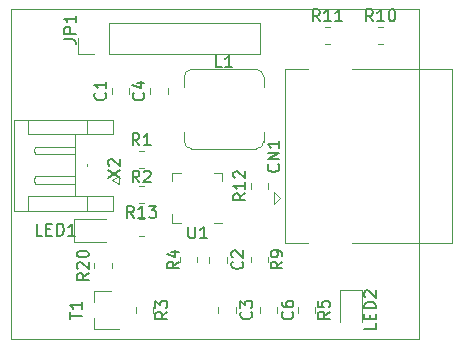
<source format=gbr>
%TF.GenerationSoftware,KiCad,Pcbnew,5.1.10-88a1d61d58~88~ubuntu18.04.1*%
%TF.CreationDate,2021-10-13T20:11:08-03:00*%
%TF.ProjectId,ConversorDCDC,436f6e76-6572-4736-9f72-444344432e6b,1.0*%
%TF.SameCoordinates,Original*%
%TF.FileFunction,Legend,Top*%
%TF.FilePolarity,Positive*%
%FSLAX46Y46*%
G04 Gerber Fmt 4.6, Leading zero omitted, Abs format (unit mm)*
G04 Created by KiCad (PCBNEW 5.1.10-88a1d61d58~88~ubuntu18.04.1) date 2021-10-13 20:11:08*
%MOMM*%
%LPD*%
G01*
G04 APERTURE LIST*
%TA.AperFunction,Profile*%
%ADD10C,0.050000*%
%TD*%
%ADD11C,0.120000*%
%ADD12C,0.150000*%
G04 APERTURE END LIST*
D10*
X80000000Y-126500000D02*
X80000000Y-98500000D01*
X114500000Y-126500000D02*
X80000000Y-126500000D01*
X114500000Y-98500000D02*
X114500000Y-126500000D01*
X80000000Y-98500000D02*
X114500000Y-98500000D01*
D11*
%TO.C,LED1*%
X85315000Y-118210000D02*
X88000000Y-118210000D01*
X85315000Y-116290000D02*
X85315000Y-118210000D01*
X88000000Y-116290000D02*
X85315000Y-116290000D01*
%TO.C,R2*%
X90772936Y-114985000D02*
X91227064Y-114985000D01*
X90772936Y-113515000D02*
X91227064Y-113515000D01*
%TO.C,R5*%
X104265000Y-124227064D02*
X104265000Y-123772936D01*
X105735000Y-124227064D02*
X105735000Y-123772936D01*
%TO.C,R9*%
X101735000Y-119977064D02*
X101735000Y-119522936D01*
X100265000Y-119977064D02*
X100265000Y-119522936D01*
%TO.C,R13*%
X90772936Y-117735000D02*
X91227064Y-117735000D01*
X90772936Y-116265000D02*
X91227064Y-116265000D01*
%TO.C,L1*%
X94640000Y-105100000D02*
X94640000Y-104250000D01*
X95250000Y-103640000D02*
X100750000Y-103640000D01*
X101360000Y-104250000D02*
X101360000Y-105100000D01*
X101360000Y-108900000D02*
X101360000Y-109750000D01*
X94640000Y-109750000D02*
X94640000Y-108900000D01*
X100750000Y-110360000D02*
X95250000Y-110360000D01*
X94640000Y-104250000D02*
G75*
G02*
X95250000Y-103640000I610000J0D01*
G01*
X100750000Y-103640000D02*
G75*
G02*
X101360000Y-104250000I0J-610000D01*
G01*
X95250000Y-110360000D02*
G75*
G02*
X94640000Y-109750000I0J610000D01*
G01*
X101360000Y-109750000D02*
G75*
G02*
X100750000Y-110360000I-610000J0D01*
G01*
%TO.C,R4*%
X95735000Y-119522936D02*
X95735000Y-119977064D01*
X94265000Y-119522936D02*
X94265000Y-119977064D01*
%TO.C,C3*%
X98985000Y-123738748D02*
X98985000Y-124261252D01*
X97515000Y-123738748D02*
X97515000Y-124261252D01*
%TO.C,R3*%
X91985000Y-124227064D02*
X91985000Y-123772936D01*
X90515000Y-124227064D02*
X90515000Y-123772936D01*
%TO.C,T1*%
X86990000Y-122420000D02*
X86990000Y-123350000D01*
X86990000Y-125580000D02*
X86990000Y-124650000D01*
X86990000Y-125580000D02*
X89150000Y-125580000D01*
X86990000Y-122420000D02*
X88450000Y-122420000D01*
%TO.C,U1*%
X94340000Y-116610000D02*
X93640000Y-116610000D01*
X93640000Y-116610000D02*
X93640000Y-115910000D01*
X97160000Y-112390000D02*
X97860000Y-112390000D01*
X97860000Y-112390000D02*
X97860000Y-113090000D01*
X94340000Y-112390000D02*
X93640000Y-112390000D01*
X93640000Y-112390000D02*
X93640000Y-113090000D01*
X97160000Y-116610000D02*
X97860000Y-116610000D01*
%TO.C,X2*%
X86410000Y-114390000D02*
X88610000Y-114390000D01*
X88610000Y-114390000D02*
X88610000Y-115610000D01*
X88610000Y-115610000D02*
X80190000Y-115610000D01*
X80190000Y-115610000D02*
X80190000Y-107890000D01*
X80190000Y-107890000D02*
X88610000Y-107890000D01*
X88610000Y-107890000D02*
X88610000Y-109110000D01*
X88610000Y-109110000D02*
X86410000Y-109110000D01*
X81410000Y-115610000D02*
X81410000Y-114390000D01*
X81410000Y-114390000D02*
X86410000Y-114390000D01*
X86410000Y-114390000D02*
X86410000Y-115610000D01*
X81410000Y-107890000D02*
X81410000Y-109110000D01*
X81410000Y-109110000D02*
X86410000Y-109110000D01*
X86410000Y-109110000D02*
X86410000Y-107890000D01*
X85410000Y-114390000D02*
X85410000Y-109110000D01*
X85410000Y-113000000D02*
X85410000Y-113320000D01*
X85410000Y-113320000D02*
X81990000Y-113320000D01*
X81990000Y-113320000D02*
X81910000Y-113000000D01*
X81910000Y-113000000D02*
X81990000Y-112680000D01*
X81990000Y-112680000D02*
X85410000Y-112680000D01*
X85410000Y-112680000D02*
X85410000Y-113000000D01*
X86410000Y-111830000D02*
X86410000Y-111670000D01*
X85410000Y-110500000D02*
X85410000Y-110820000D01*
X85410000Y-110820000D02*
X81990000Y-110820000D01*
X81990000Y-110820000D02*
X81910000Y-110500000D01*
X81910000Y-110500000D02*
X81990000Y-110180000D01*
X81990000Y-110180000D02*
X85410000Y-110180000D01*
X85410000Y-110180000D02*
X85410000Y-110500000D01*
X88500000Y-113000000D02*
X89100000Y-113300000D01*
X89100000Y-113300000D02*
X89100000Y-112700000D01*
X89100000Y-112700000D02*
X88500000Y-113000000D01*
%TO.C,JP1*%
X101030000Y-102330000D02*
X101030000Y-99670000D01*
X88270000Y-102330000D02*
X101030000Y-102330000D01*
X88270000Y-99670000D02*
X101030000Y-99670000D01*
X88270000Y-102330000D02*
X88270000Y-99670000D01*
X87000000Y-102330000D02*
X85670000Y-102330000D01*
X85670000Y-102330000D02*
X85670000Y-101000000D01*
%TO.C,R10*%
X111022936Y-100015000D02*
X111477064Y-100015000D01*
X111022936Y-101485000D02*
X111477064Y-101485000D01*
%TO.C,R1*%
X90772936Y-110515000D02*
X91227064Y-110515000D01*
X90772936Y-111985000D02*
X91227064Y-111985000D01*
%TO.C,R12*%
X100265000Y-113727064D02*
X100265000Y-113272936D01*
X101735000Y-113727064D02*
X101735000Y-113272936D01*
%TO.C,C4*%
X93235000Y-105711252D02*
X93235000Y-105188748D01*
X91765000Y-105711252D02*
X91765000Y-105188748D01*
%TO.C,C6*%
X102485000Y-123738748D02*
X102485000Y-124261252D01*
X101015000Y-123738748D02*
X101015000Y-124261252D01*
%TO.C,R20*%
X87015000Y-120477064D02*
X87015000Y-120022936D01*
X88485000Y-120477064D02*
X88485000Y-120022936D01*
%TO.C,R11*%
X106522936Y-101485000D02*
X106977064Y-101485000D01*
X106522936Y-100015000D02*
X106977064Y-100015000D01*
%TO.C,LED2*%
X109710000Y-125000000D02*
X109710000Y-122315000D01*
X109710000Y-122315000D02*
X107790000Y-122315000D01*
X107790000Y-122315000D02*
X107790000Y-125000000D01*
%TO.C,C1*%
X88515000Y-105711252D02*
X88515000Y-105188748D01*
X89985000Y-105711252D02*
X89985000Y-105188748D01*
%TO.C,C2*%
X96765000Y-119488748D02*
X96765000Y-120011252D01*
X98235000Y-119488748D02*
X98235000Y-120011252D01*
%TO.C,CN1*%
X108810000Y-118360000D02*
X117350000Y-118360000D01*
X117350000Y-118360000D02*
X117350000Y-103640000D01*
X108810000Y-103640000D02*
X117350000Y-103640000D01*
X103130000Y-118360000D02*
X103130000Y-103640000D01*
X103130000Y-118360000D02*
X105110000Y-118360000D01*
X105110000Y-103640000D02*
X103130000Y-103640000D01*
X102250000Y-115000000D02*
X102750000Y-114500000D01*
X102750000Y-114500000D02*
X102250000Y-114000000D01*
X102250000Y-114000000D02*
X102250000Y-115000000D01*
%TD*%
%TO.C,LED1*%
D12*
X82630952Y-117702380D02*
X82154761Y-117702380D01*
X82154761Y-116702380D01*
X82964285Y-117178571D02*
X83297619Y-117178571D01*
X83440476Y-117702380D02*
X82964285Y-117702380D01*
X82964285Y-116702380D01*
X83440476Y-116702380D01*
X83869047Y-117702380D02*
X83869047Y-116702380D01*
X84107142Y-116702380D01*
X84250000Y-116750000D01*
X84345238Y-116845238D01*
X84392857Y-116940476D01*
X84440476Y-117130952D01*
X84440476Y-117273809D01*
X84392857Y-117464285D01*
X84345238Y-117559523D01*
X84250000Y-117654761D01*
X84107142Y-117702380D01*
X83869047Y-117702380D01*
X85392857Y-117702380D02*
X84821428Y-117702380D01*
X85107142Y-117702380D02*
X85107142Y-116702380D01*
X85011904Y-116845238D01*
X84916666Y-116940476D01*
X84821428Y-116988095D01*
%TO.C,R2*%
X90833333Y-113202380D02*
X90500000Y-112726190D01*
X90261904Y-113202380D02*
X90261904Y-112202380D01*
X90642857Y-112202380D01*
X90738095Y-112250000D01*
X90785714Y-112297619D01*
X90833333Y-112392857D01*
X90833333Y-112535714D01*
X90785714Y-112630952D01*
X90738095Y-112678571D01*
X90642857Y-112726190D01*
X90261904Y-112726190D01*
X91214285Y-112297619D02*
X91261904Y-112250000D01*
X91357142Y-112202380D01*
X91595238Y-112202380D01*
X91690476Y-112250000D01*
X91738095Y-112297619D01*
X91785714Y-112392857D01*
X91785714Y-112488095D01*
X91738095Y-112630952D01*
X91166666Y-113202380D01*
X91785714Y-113202380D01*
%TO.C,R5*%
X106952380Y-124166666D02*
X106476190Y-124500000D01*
X106952380Y-124738095D02*
X105952380Y-124738095D01*
X105952380Y-124357142D01*
X106000000Y-124261904D01*
X106047619Y-124214285D01*
X106142857Y-124166666D01*
X106285714Y-124166666D01*
X106380952Y-124214285D01*
X106428571Y-124261904D01*
X106476190Y-124357142D01*
X106476190Y-124738095D01*
X105952380Y-123261904D02*
X105952380Y-123738095D01*
X106428571Y-123785714D01*
X106380952Y-123738095D01*
X106333333Y-123642857D01*
X106333333Y-123404761D01*
X106380952Y-123309523D01*
X106428571Y-123261904D01*
X106523809Y-123214285D01*
X106761904Y-123214285D01*
X106857142Y-123261904D01*
X106904761Y-123309523D01*
X106952380Y-123404761D01*
X106952380Y-123642857D01*
X106904761Y-123738095D01*
X106857142Y-123785714D01*
%TO.C,R9*%
X102952380Y-119916666D02*
X102476190Y-120250000D01*
X102952380Y-120488095D02*
X101952380Y-120488095D01*
X101952380Y-120107142D01*
X102000000Y-120011904D01*
X102047619Y-119964285D01*
X102142857Y-119916666D01*
X102285714Y-119916666D01*
X102380952Y-119964285D01*
X102428571Y-120011904D01*
X102476190Y-120107142D01*
X102476190Y-120488095D01*
X102952380Y-119440476D02*
X102952380Y-119250000D01*
X102904761Y-119154761D01*
X102857142Y-119107142D01*
X102714285Y-119011904D01*
X102523809Y-118964285D01*
X102142857Y-118964285D01*
X102047619Y-119011904D01*
X102000000Y-119059523D01*
X101952380Y-119154761D01*
X101952380Y-119345238D01*
X102000000Y-119440476D01*
X102047619Y-119488095D01*
X102142857Y-119535714D01*
X102380952Y-119535714D01*
X102476190Y-119488095D01*
X102523809Y-119440476D01*
X102571428Y-119345238D01*
X102571428Y-119154761D01*
X102523809Y-119059523D01*
X102476190Y-119011904D01*
X102380952Y-118964285D01*
%TO.C,R13*%
X90357142Y-116202380D02*
X90023809Y-115726190D01*
X89785714Y-116202380D02*
X89785714Y-115202380D01*
X90166666Y-115202380D01*
X90261904Y-115250000D01*
X90309523Y-115297619D01*
X90357142Y-115392857D01*
X90357142Y-115535714D01*
X90309523Y-115630952D01*
X90261904Y-115678571D01*
X90166666Y-115726190D01*
X89785714Y-115726190D01*
X91309523Y-116202380D02*
X90738095Y-116202380D01*
X91023809Y-116202380D02*
X91023809Y-115202380D01*
X90928571Y-115345238D01*
X90833333Y-115440476D01*
X90738095Y-115488095D01*
X91642857Y-115202380D02*
X92261904Y-115202380D01*
X91928571Y-115583333D01*
X92071428Y-115583333D01*
X92166666Y-115630952D01*
X92214285Y-115678571D01*
X92261904Y-115773809D01*
X92261904Y-116011904D01*
X92214285Y-116107142D01*
X92166666Y-116154761D01*
X92071428Y-116202380D01*
X91785714Y-116202380D01*
X91690476Y-116154761D01*
X91642857Y-116107142D01*
%TO.C,L1*%
X97833333Y-103452380D02*
X97357142Y-103452380D01*
X97357142Y-102452380D01*
X98690476Y-103452380D02*
X98119047Y-103452380D01*
X98404761Y-103452380D02*
X98404761Y-102452380D01*
X98309523Y-102595238D01*
X98214285Y-102690476D01*
X98119047Y-102738095D01*
%TO.C,R4*%
X94202380Y-119916666D02*
X93726190Y-120250000D01*
X94202380Y-120488095D02*
X93202380Y-120488095D01*
X93202380Y-120107142D01*
X93250000Y-120011904D01*
X93297619Y-119964285D01*
X93392857Y-119916666D01*
X93535714Y-119916666D01*
X93630952Y-119964285D01*
X93678571Y-120011904D01*
X93726190Y-120107142D01*
X93726190Y-120488095D01*
X93535714Y-119059523D02*
X94202380Y-119059523D01*
X93154761Y-119297619D02*
X93869047Y-119535714D01*
X93869047Y-118916666D01*
%TO.C,C3*%
X100287142Y-124166666D02*
X100334761Y-124214285D01*
X100382380Y-124357142D01*
X100382380Y-124452380D01*
X100334761Y-124595238D01*
X100239523Y-124690476D01*
X100144285Y-124738095D01*
X99953809Y-124785714D01*
X99810952Y-124785714D01*
X99620476Y-124738095D01*
X99525238Y-124690476D01*
X99430000Y-124595238D01*
X99382380Y-124452380D01*
X99382380Y-124357142D01*
X99430000Y-124214285D01*
X99477619Y-124166666D01*
X99382380Y-123833333D02*
X99382380Y-123214285D01*
X99763333Y-123547619D01*
X99763333Y-123404761D01*
X99810952Y-123309523D01*
X99858571Y-123261904D01*
X99953809Y-123214285D01*
X100191904Y-123214285D01*
X100287142Y-123261904D01*
X100334761Y-123309523D01*
X100382380Y-123404761D01*
X100382380Y-123690476D01*
X100334761Y-123785714D01*
X100287142Y-123833333D01*
%TO.C,R3*%
X93202380Y-124166666D02*
X92726190Y-124500000D01*
X93202380Y-124738095D02*
X92202380Y-124738095D01*
X92202380Y-124357142D01*
X92250000Y-124261904D01*
X92297619Y-124214285D01*
X92392857Y-124166666D01*
X92535714Y-124166666D01*
X92630952Y-124214285D01*
X92678571Y-124261904D01*
X92726190Y-124357142D01*
X92726190Y-124738095D01*
X92202380Y-123833333D02*
X92202380Y-123214285D01*
X92583333Y-123547619D01*
X92583333Y-123404761D01*
X92630952Y-123309523D01*
X92678571Y-123261904D01*
X92773809Y-123214285D01*
X93011904Y-123214285D01*
X93107142Y-123261904D01*
X93154761Y-123309523D01*
X93202380Y-123404761D01*
X93202380Y-123690476D01*
X93154761Y-123785714D01*
X93107142Y-123833333D01*
%TO.C,T1*%
X84952380Y-124761904D02*
X84952380Y-124190476D01*
X85952380Y-124476190D02*
X84952380Y-124476190D01*
X85952380Y-123333333D02*
X85952380Y-123904761D01*
X85952380Y-123619047D02*
X84952380Y-123619047D01*
X85095238Y-123714285D01*
X85190476Y-123809523D01*
X85238095Y-123904761D01*
%TO.C,U1*%
X94988095Y-116952380D02*
X94988095Y-117761904D01*
X95035714Y-117857142D01*
X95083333Y-117904761D01*
X95178571Y-117952380D01*
X95369047Y-117952380D01*
X95464285Y-117904761D01*
X95511904Y-117857142D01*
X95559523Y-117761904D01*
X95559523Y-116952380D01*
X96559523Y-117952380D02*
X95988095Y-117952380D01*
X96273809Y-117952380D02*
X96273809Y-116952380D01*
X96178571Y-117095238D01*
X96083333Y-117190476D01*
X95988095Y-117238095D01*
%TO.C,X2*%
X88202380Y-112809523D02*
X89202380Y-112142857D01*
X88202380Y-112142857D02*
X89202380Y-112809523D01*
X88297619Y-111809523D02*
X88250000Y-111761904D01*
X88202380Y-111666666D01*
X88202380Y-111428571D01*
X88250000Y-111333333D01*
X88297619Y-111285714D01*
X88392857Y-111238095D01*
X88488095Y-111238095D01*
X88630952Y-111285714D01*
X89202380Y-111857142D01*
X89202380Y-111238095D01*
%TO.C,JP1*%
X84452380Y-101083333D02*
X85166666Y-101083333D01*
X85309523Y-101130952D01*
X85404761Y-101226190D01*
X85452380Y-101369047D01*
X85452380Y-101464285D01*
X85452380Y-100607142D02*
X84452380Y-100607142D01*
X84452380Y-100226190D01*
X84500000Y-100130952D01*
X84547619Y-100083333D01*
X84642857Y-100035714D01*
X84785714Y-100035714D01*
X84880952Y-100083333D01*
X84928571Y-100130952D01*
X84976190Y-100226190D01*
X84976190Y-100607142D01*
X85452380Y-99083333D02*
X85452380Y-99654761D01*
X85452380Y-99369047D02*
X84452380Y-99369047D01*
X84595238Y-99464285D01*
X84690476Y-99559523D01*
X84738095Y-99654761D01*
%TO.C,R10*%
X110607142Y-99552380D02*
X110273809Y-99076190D01*
X110035714Y-99552380D02*
X110035714Y-98552380D01*
X110416666Y-98552380D01*
X110511904Y-98600000D01*
X110559523Y-98647619D01*
X110607142Y-98742857D01*
X110607142Y-98885714D01*
X110559523Y-98980952D01*
X110511904Y-99028571D01*
X110416666Y-99076190D01*
X110035714Y-99076190D01*
X111559523Y-99552380D02*
X110988095Y-99552380D01*
X111273809Y-99552380D02*
X111273809Y-98552380D01*
X111178571Y-98695238D01*
X111083333Y-98790476D01*
X110988095Y-98838095D01*
X112178571Y-98552380D02*
X112273809Y-98552380D01*
X112369047Y-98600000D01*
X112416666Y-98647619D01*
X112464285Y-98742857D01*
X112511904Y-98933333D01*
X112511904Y-99171428D01*
X112464285Y-99361904D01*
X112416666Y-99457142D01*
X112369047Y-99504761D01*
X112273809Y-99552380D01*
X112178571Y-99552380D01*
X112083333Y-99504761D01*
X112035714Y-99457142D01*
X111988095Y-99361904D01*
X111940476Y-99171428D01*
X111940476Y-98933333D01*
X111988095Y-98742857D01*
X112035714Y-98647619D01*
X112083333Y-98600000D01*
X112178571Y-98552380D01*
%TO.C,R1*%
X90833333Y-110052380D02*
X90500000Y-109576190D01*
X90261904Y-110052380D02*
X90261904Y-109052380D01*
X90642857Y-109052380D01*
X90738095Y-109100000D01*
X90785714Y-109147619D01*
X90833333Y-109242857D01*
X90833333Y-109385714D01*
X90785714Y-109480952D01*
X90738095Y-109528571D01*
X90642857Y-109576190D01*
X90261904Y-109576190D01*
X91785714Y-110052380D02*
X91214285Y-110052380D01*
X91500000Y-110052380D02*
X91500000Y-109052380D01*
X91404761Y-109195238D01*
X91309523Y-109290476D01*
X91214285Y-109338095D01*
%TO.C,R12*%
X99802380Y-114142857D02*
X99326190Y-114476190D01*
X99802380Y-114714285D02*
X98802380Y-114714285D01*
X98802380Y-114333333D01*
X98850000Y-114238095D01*
X98897619Y-114190476D01*
X98992857Y-114142857D01*
X99135714Y-114142857D01*
X99230952Y-114190476D01*
X99278571Y-114238095D01*
X99326190Y-114333333D01*
X99326190Y-114714285D01*
X99802380Y-113190476D02*
X99802380Y-113761904D01*
X99802380Y-113476190D02*
X98802380Y-113476190D01*
X98945238Y-113571428D01*
X99040476Y-113666666D01*
X99088095Y-113761904D01*
X98897619Y-112809523D02*
X98850000Y-112761904D01*
X98802380Y-112666666D01*
X98802380Y-112428571D01*
X98850000Y-112333333D01*
X98897619Y-112285714D01*
X98992857Y-112238095D01*
X99088095Y-112238095D01*
X99230952Y-112285714D01*
X99802380Y-112857142D01*
X99802380Y-112238095D01*
%TO.C,C4*%
X91177142Y-105616666D02*
X91224761Y-105664285D01*
X91272380Y-105807142D01*
X91272380Y-105902380D01*
X91224761Y-106045238D01*
X91129523Y-106140476D01*
X91034285Y-106188095D01*
X90843809Y-106235714D01*
X90700952Y-106235714D01*
X90510476Y-106188095D01*
X90415238Y-106140476D01*
X90320000Y-106045238D01*
X90272380Y-105902380D01*
X90272380Y-105807142D01*
X90320000Y-105664285D01*
X90367619Y-105616666D01*
X90605714Y-104759523D02*
X91272380Y-104759523D01*
X90224761Y-104997619D02*
X90939047Y-105235714D01*
X90939047Y-104616666D01*
%TO.C,C6*%
X103787142Y-124166666D02*
X103834761Y-124214285D01*
X103882380Y-124357142D01*
X103882380Y-124452380D01*
X103834761Y-124595238D01*
X103739523Y-124690476D01*
X103644285Y-124738095D01*
X103453809Y-124785714D01*
X103310952Y-124785714D01*
X103120476Y-124738095D01*
X103025238Y-124690476D01*
X102930000Y-124595238D01*
X102882380Y-124452380D01*
X102882380Y-124357142D01*
X102930000Y-124214285D01*
X102977619Y-124166666D01*
X102882380Y-123309523D02*
X102882380Y-123500000D01*
X102930000Y-123595238D01*
X102977619Y-123642857D01*
X103120476Y-123738095D01*
X103310952Y-123785714D01*
X103691904Y-123785714D01*
X103787142Y-123738095D01*
X103834761Y-123690476D01*
X103882380Y-123595238D01*
X103882380Y-123404761D01*
X103834761Y-123309523D01*
X103787142Y-123261904D01*
X103691904Y-123214285D01*
X103453809Y-123214285D01*
X103358571Y-123261904D01*
X103310952Y-123309523D01*
X103263333Y-123404761D01*
X103263333Y-123595238D01*
X103310952Y-123690476D01*
X103358571Y-123738095D01*
X103453809Y-123785714D01*
%TO.C,R20*%
X86552380Y-120892857D02*
X86076190Y-121226190D01*
X86552380Y-121464285D02*
X85552380Y-121464285D01*
X85552380Y-121083333D01*
X85600000Y-120988095D01*
X85647619Y-120940476D01*
X85742857Y-120892857D01*
X85885714Y-120892857D01*
X85980952Y-120940476D01*
X86028571Y-120988095D01*
X86076190Y-121083333D01*
X86076190Y-121464285D01*
X85647619Y-120511904D02*
X85600000Y-120464285D01*
X85552380Y-120369047D01*
X85552380Y-120130952D01*
X85600000Y-120035714D01*
X85647619Y-119988095D01*
X85742857Y-119940476D01*
X85838095Y-119940476D01*
X85980952Y-119988095D01*
X86552380Y-120559523D01*
X86552380Y-119940476D01*
X85552380Y-119321428D02*
X85552380Y-119226190D01*
X85600000Y-119130952D01*
X85647619Y-119083333D01*
X85742857Y-119035714D01*
X85933333Y-118988095D01*
X86171428Y-118988095D01*
X86361904Y-119035714D01*
X86457142Y-119083333D01*
X86504761Y-119130952D01*
X86552380Y-119226190D01*
X86552380Y-119321428D01*
X86504761Y-119416666D01*
X86457142Y-119464285D01*
X86361904Y-119511904D01*
X86171428Y-119559523D01*
X85933333Y-119559523D01*
X85742857Y-119511904D01*
X85647619Y-119464285D01*
X85600000Y-119416666D01*
X85552380Y-119321428D01*
%TO.C,R11*%
X106107142Y-99552380D02*
X105773809Y-99076190D01*
X105535714Y-99552380D02*
X105535714Y-98552380D01*
X105916666Y-98552380D01*
X106011904Y-98600000D01*
X106059523Y-98647619D01*
X106107142Y-98742857D01*
X106107142Y-98885714D01*
X106059523Y-98980952D01*
X106011904Y-99028571D01*
X105916666Y-99076190D01*
X105535714Y-99076190D01*
X107059523Y-99552380D02*
X106488095Y-99552380D01*
X106773809Y-99552380D02*
X106773809Y-98552380D01*
X106678571Y-98695238D01*
X106583333Y-98790476D01*
X106488095Y-98838095D01*
X108011904Y-99552380D02*
X107440476Y-99552380D01*
X107726190Y-99552380D02*
X107726190Y-98552380D01*
X107630952Y-98695238D01*
X107535714Y-98790476D01*
X107440476Y-98838095D01*
%TO.C,LED2*%
X110852380Y-125119047D02*
X110852380Y-125595238D01*
X109852380Y-125595238D01*
X110328571Y-124785714D02*
X110328571Y-124452380D01*
X110852380Y-124309523D02*
X110852380Y-124785714D01*
X109852380Y-124785714D01*
X109852380Y-124309523D01*
X110852380Y-123880952D02*
X109852380Y-123880952D01*
X109852380Y-123642857D01*
X109900000Y-123500000D01*
X109995238Y-123404761D01*
X110090476Y-123357142D01*
X110280952Y-123309523D01*
X110423809Y-123309523D01*
X110614285Y-123357142D01*
X110709523Y-123404761D01*
X110804761Y-123500000D01*
X110852380Y-123642857D01*
X110852380Y-123880952D01*
X109947619Y-122928571D02*
X109900000Y-122880952D01*
X109852380Y-122785714D01*
X109852380Y-122547619D01*
X109900000Y-122452380D01*
X109947619Y-122404761D01*
X110042857Y-122357142D01*
X110138095Y-122357142D01*
X110280952Y-122404761D01*
X110852380Y-122976190D01*
X110852380Y-122357142D01*
%TO.C,C1*%
X87927142Y-105616666D02*
X87974761Y-105664285D01*
X88022380Y-105807142D01*
X88022380Y-105902380D01*
X87974761Y-106045238D01*
X87879523Y-106140476D01*
X87784285Y-106188095D01*
X87593809Y-106235714D01*
X87450952Y-106235714D01*
X87260476Y-106188095D01*
X87165238Y-106140476D01*
X87070000Y-106045238D01*
X87022380Y-105902380D01*
X87022380Y-105807142D01*
X87070000Y-105664285D01*
X87117619Y-105616666D01*
X88022380Y-104664285D02*
X88022380Y-105235714D01*
X88022380Y-104950000D02*
X87022380Y-104950000D01*
X87165238Y-105045238D01*
X87260476Y-105140476D01*
X87308095Y-105235714D01*
%TO.C,C2*%
X99537142Y-119916666D02*
X99584761Y-119964285D01*
X99632380Y-120107142D01*
X99632380Y-120202380D01*
X99584761Y-120345238D01*
X99489523Y-120440476D01*
X99394285Y-120488095D01*
X99203809Y-120535714D01*
X99060952Y-120535714D01*
X98870476Y-120488095D01*
X98775238Y-120440476D01*
X98680000Y-120345238D01*
X98632380Y-120202380D01*
X98632380Y-120107142D01*
X98680000Y-119964285D01*
X98727619Y-119916666D01*
X98727619Y-119535714D02*
X98680000Y-119488095D01*
X98632380Y-119392857D01*
X98632380Y-119154761D01*
X98680000Y-119059523D01*
X98727619Y-119011904D01*
X98822857Y-118964285D01*
X98918095Y-118964285D01*
X99060952Y-119011904D01*
X99632380Y-119583333D01*
X99632380Y-118964285D01*
%TO.C,CN1*%
X102607142Y-111690476D02*
X102654761Y-111738095D01*
X102702380Y-111880952D01*
X102702380Y-111976190D01*
X102654761Y-112119047D01*
X102559523Y-112214285D01*
X102464285Y-112261904D01*
X102273809Y-112309523D01*
X102130952Y-112309523D01*
X101940476Y-112261904D01*
X101845238Y-112214285D01*
X101750000Y-112119047D01*
X101702380Y-111976190D01*
X101702380Y-111880952D01*
X101750000Y-111738095D01*
X101797619Y-111690476D01*
X102702380Y-111261904D02*
X101702380Y-111261904D01*
X102702380Y-110690476D01*
X101702380Y-110690476D01*
X102702380Y-109690476D02*
X102702380Y-110261904D01*
X102702380Y-109976190D02*
X101702380Y-109976190D01*
X101845238Y-110071428D01*
X101940476Y-110166666D01*
X101988095Y-110261904D01*
%TD*%
M02*

</source>
